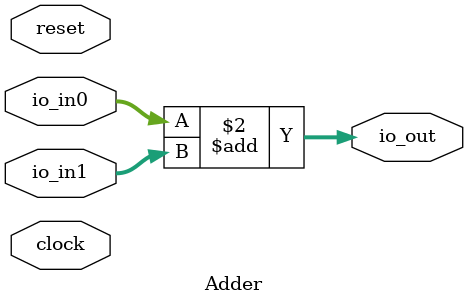
<source format=v>
module Adder(
  input        clock,
  input        reset,
  input  [7:0] io_in0,
  input  [7:0] io_in1,
  output [7:0] io_out
);
  wire  _T_3 = ~reset; // @[Adder.scala 20:9]
  assign io_out = io_in0 + io_in1; // @[Adder.scala 19:10]
  always @(posedge clock) begin
    `ifndef SYNTHESIS
    `ifdef PRINTF_COND
      if (`PRINTF_COND) begin
    `endif
        if (_T_3) begin
          $fwrite(32'h80000002,"Adder: %d := %d + %d\n",io_out,io_in0,io_in1); // @[Adder.scala 20:9]
        end
    `ifdef PRINTF_COND
      end
    `endif
    `endif // SYNTHESIS
  end
endmodule

</source>
